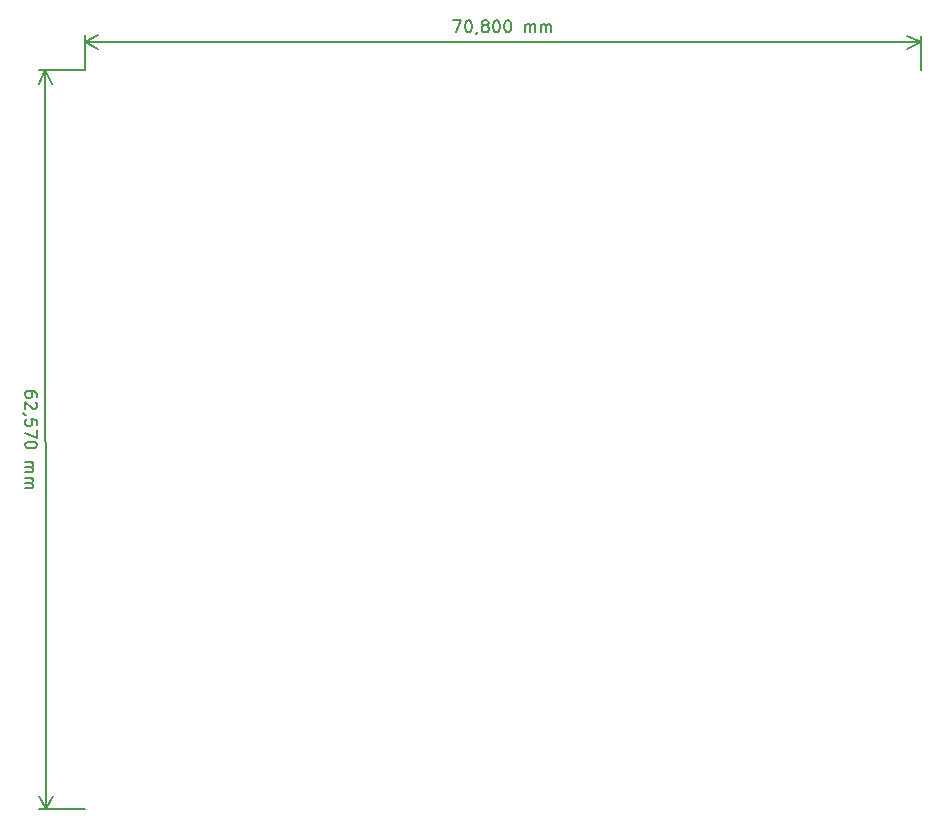
<source format=gbo>
G04 #@! TF.GenerationSoftware,KiCad,Pcbnew,5.1.5-52549c5~84~ubuntu18.04.1*
G04 #@! TF.CreationDate,2020-09-18T13:51:25-05:00*
G04 #@! TF.ProjectId,pcb,7063622e-6b69-4636-9164-5f7063625858,rev?*
G04 #@! TF.SameCoordinates,Original*
G04 #@! TF.FileFunction,Legend,Bot*
G04 #@! TF.FilePolarity,Positive*
%FSLAX46Y46*%
G04 Gerber Fmt 4.6, Leading zero omitted, Abs format (unit mm)*
G04 Created by KiCad (PCBNEW 5.1.5-52549c5~84~ubuntu18.04.1) date 2020-09-18 13:51:25*
%MOMM*%
%LPD*%
G04 APERTURE LIST*
%ADD10C,0.150000*%
G04 APERTURE END LIST*
D10*
X173141995Y-138311578D02*
X173141843Y-138121102D01*
X173094148Y-138025902D01*
X173046491Y-137978321D01*
X172903558Y-137883197D01*
X172713044Y-137835731D01*
X172332091Y-137836035D01*
X172236891Y-137883730D01*
X172189310Y-137931387D01*
X172141767Y-138026663D01*
X172141920Y-138217139D01*
X172189615Y-138312339D01*
X172237272Y-138359920D01*
X172332548Y-138407463D01*
X172570643Y-138407273D01*
X172665843Y-138359578D01*
X172713424Y-138311921D01*
X172760967Y-138216645D01*
X172760815Y-138026169D01*
X172713120Y-137930969D01*
X172665463Y-137883388D01*
X172570186Y-137835845D01*
X173047138Y-138787845D02*
X173094795Y-138835426D01*
X173142490Y-138930626D01*
X173142680Y-139168721D01*
X173095137Y-139263997D01*
X173047556Y-139311654D01*
X172952356Y-139359349D01*
X172857118Y-139359425D01*
X172714223Y-139311921D01*
X172142338Y-138740949D01*
X172142833Y-139359996D01*
X172190832Y-139836148D02*
X172143213Y-139836187D01*
X172047937Y-139788644D01*
X172000280Y-139741063D01*
X173143936Y-140740149D02*
X173143555Y-140263959D01*
X172667327Y-140216720D01*
X172714984Y-140264301D01*
X172762679Y-140359501D01*
X172762870Y-140597596D01*
X172715327Y-140692872D01*
X172667746Y-140740530D01*
X172572546Y-140788225D01*
X172334451Y-140788415D01*
X172239174Y-140740872D01*
X172191517Y-140693291D01*
X172143822Y-140598091D01*
X172143632Y-140359996D01*
X172191175Y-140264720D01*
X172238756Y-140217063D01*
X173144240Y-141121101D02*
X173144773Y-141787768D01*
X172144431Y-141359996D01*
X173145230Y-142359196D02*
X173145306Y-142454434D01*
X173097763Y-142549710D01*
X173050182Y-142597367D01*
X172954982Y-142645063D01*
X172764544Y-142692834D01*
X172526449Y-142693024D01*
X172335935Y-142645557D01*
X172240658Y-142598014D01*
X172193001Y-142550433D01*
X172145306Y-142455233D01*
X172145230Y-142359995D01*
X172192773Y-142264719D01*
X172240354Y-142217062D01*
X172335554Y-142169367D01*
X172525992Y-142121596D01*
X172764087Y-142121405D01*
X172954601Y-142168872D01*
X173049878Y-142216415D01*
X173097535Y-142263996D01*
X173145230Y-142359196D01*
X172146448Y-143883804D02*
X172813114Y-143883272D01*
X172717876Y-143883348D02*
X172765533Y-143930929D01*
X172813228Y-144026129D01*
X172813343Y-144168986D01*
X172765800Y-144264262D01*
X172670600Y-144311957D01*
X172146790Y-144312376D01*
X172670600Y-144311957D02*
X172765876Y-144359500D01*
X172813571Y-144454700D01*
X172813685Y-144597557D01*
X172766142Y-144692833D01*
X172670942Y-144740528D01*
X172147133Y-144740947D01*
X172147513Y-145217137D02*
X172814180Y-145216604D01*
X172718942Y-145216681D02*
X172766599Y-145264262D01*
X172814294Y-145359462D01*
X172814408Y-145502319D01*
X172766865Y-145597595D01*
X172671665Y-145645290D01*
X172147856Y-145645708D01*
X172671665Y-145645290D02*
X172766941Y-145692833D01*
X172814636Y-145788033D01*
X172814751Y-145930890D01*
X172767208Y-146026166D01*
X172672008Y-146073861D01*
X172148198Y-146074280D01*
X173922307Y-173262643D02*
X173872307Y-110692643D01*
X177230000Y-173260000D02*
X173335887Y-173263112D01*
X177180000Y-110690000D02*
X173285887Y-110693112D01*
X173872307Y-110692643D02*
X174459628Y-111818678D01*
X173872307Y-110692643D02*
X173286787Y-111819615D01*
X173922307Y-173262643D02*
X174507827Y-172135671D01*
X173922307Y-173262643D02*
X173334986Y-172136608D01*
X208392463Y-106460391D02*
X209059130Y-106460862D01*
X208629852Y-107460559D01*
X209630558Y-106461266D02*
X209725796Y-106461333D01*
X209821001Y-106509019D01*
X209868586Y-106556672D01*
X209916138Y-106651943D01*
X209963622Y-106842453D01*
X209963454Y-107080548D01*
X209915701Y-107270991D01*
X209868014Y-107366195D01*
X209820362Y-107413781D01*
X209725090Y-107461333D01*
X209629852Y-107461265D01*
X209534647Y-107413579D01*
X209487062Y-107365926D01*
X209439510Y-107270655D01*
X209392026Y-107080145D01*
X209392194Y-106842050D01*
X209439947Y-106651607D01*
X209487634Y-106556403D01*
X209535286Y-106508817D01*
X209630558Y-106461266D01*
X210439409Y-107414218D02*
X210439375Y-107461837D01*
X210391689Y-107557041D01*
X210344036Y-107604627D01*
X211011207Y-106890812D02*
X210916003Y-106843126D01*
X210868418Y-106795473D01*
X210820866Y-106700201D01*
X210820899Y-106652582D01*
X210868586Y-106557378D01*
X210916238Y-106509793D01*
X211011510Y-106462241D01*
X211201986Y-106462375D01*
X211297191Y-106510062D01*
X211344776Y-106557714D01*
X211392328Y-106652986D01*
X211392294Y-106700605D01*
X211344608Y-106795809D01*
X211296955Y-106843395D01*
X211201684Y-106890947D01*
X211011207Y-106890812D01*
X210915936Y-106938364D01*
X210868283Y-106985949D01*
X210820597Y-107081154D01*
X210820462Y-107271630D01*
X210868014Y-107366902D01*
X210915599Y-107414554D01*
X211010804Y-107462241D01*
X211201280Y-107462375D01*
X211296552Y-107414823D01*
X211344204Y-107367238D01*
X211391891Y-107272033D01*
X211392025Y-107081557D01*
X211344473Y-106986286D01*
X211296888Y-106938633D01*
X211201684Y-106890947D01*
X212011510Y-106462947D02*
X212106748Y-106463014D01*
X212201952Y-106510701D01*
X212249538Y-106558353D01*
X212297090Y-106653625D01*
X212344574Y-106844135D01*
X212344406Y-107082230D01*
X212296652Y-107272672D01*
X212248966Y-107367877D01*
X212201313Y-107415462D01*
X212106042Y-107463014D01*
X212010804Y-107462947D01*
X211915599Y-107415260D01*
X211868014Y-107367608D01*
X211820462Y-107272336D01*
X211772977Y-107081826D01*
X211773146Y-106843731D01*
X211820899Y-106653289D01*
X211868585Y-106558084D01*
X211916238Y-106510499D01*
X212011510Y-106462947D01*
X212963891Y-106463620D02*
X213059129Y-106463687D01*
X213154333Y-106511373D01*
X213201918Y-106559026D01*
X213249470Y-106654298D01*
X213296955Y-106844807D01*
X213296787Y-107082902D01*
X213249033Y-107273345D01*
X213201347Y-107368549D01*
X213153694Y-107416135D01*
X213058422Y-107463687D01*
X212963184Y-107463619D01*
X212867980Y-107415933D01*
X212820394Y-107368280D01*
X212772843Y-107273009D01*
X212725358Y-107082499D01*
X212725526Y-106844404D01*
X212773280Y-106653961D01*
X212820966Y-106558757D01*
X212868619Y-106511171D01*
X212963891Y-106463620D01*
X214486993Y-107464696D02*
X214487464Y-106798029D01*
X214487397Y-106893267D02*
X214535050Y-106845682D01*
X214630321Y-106798130D01*
X214773178Y-106798231D01*
X214868383Y-106845917D01*
X214915935Y-106941189D01*
X214915565Y-107464998D01*
X214915935Y-106941189D02*
X214963621Y-106845984D01*
X215058893Y-106798433D01*
X215201750Y-106798533D01*
X215296954Y-106846220D01*
X215344506Y-106941491D01*
X215344136Y-107465301D01*
X215820326Y-107465637D02*
X215820797Y-106798971D01*
X215820730Y-106894209D02*
X215868383Y-106846623D01*
X215963654Y-106799072D01*
X216106511Y-106799172D01*
X216201716Y-106846859D01*
X216249268Y-106942130D01*
X216248898Y-107465940D01*
X216249268Y-106942130D02*
X216296954Y-106846926D01*
X216392226Y-106799374D01*
X216535083Y-106799475D01*
X216630287Y-106847161D01*
X216677839Y-106942433D01*
X216677469Y-107466242D01*
X247981634Y-108335970D02*
X177181634Y-108285970D01*
X247980000Y-110650000D02*
X247982048Y-107749549D01*
X177180000Y-110600000D02*
X177182048Y-107699549D01*
X177181634Y-108285970D02*
X178308552Y-107700345D01*
X177181634Y-108285970D02*
X178307723Y-108873186D01*
X247981634Y-108335970D02*
X246855545Y-107748754D01*
X247981634Y-108335970D02*
X246854716Y-108921595D01*
M02*

</source>
